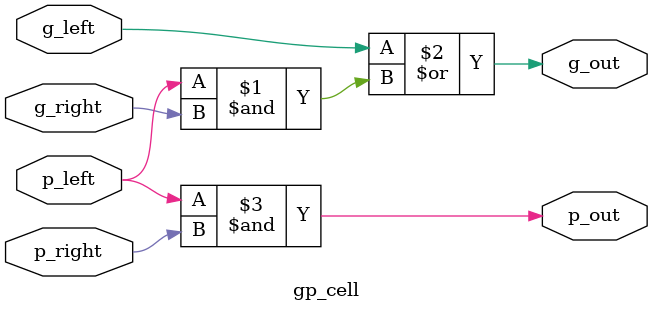
<source format=v>

module gp_cell
(
    input  wire g_left, g_right, p_left, p_right,
    output wire g_out, p_out
);

    assign g_out = g_left | p_left & g_right;
    assign p_out = p_left & p_right;
    
endmodule





</source>
